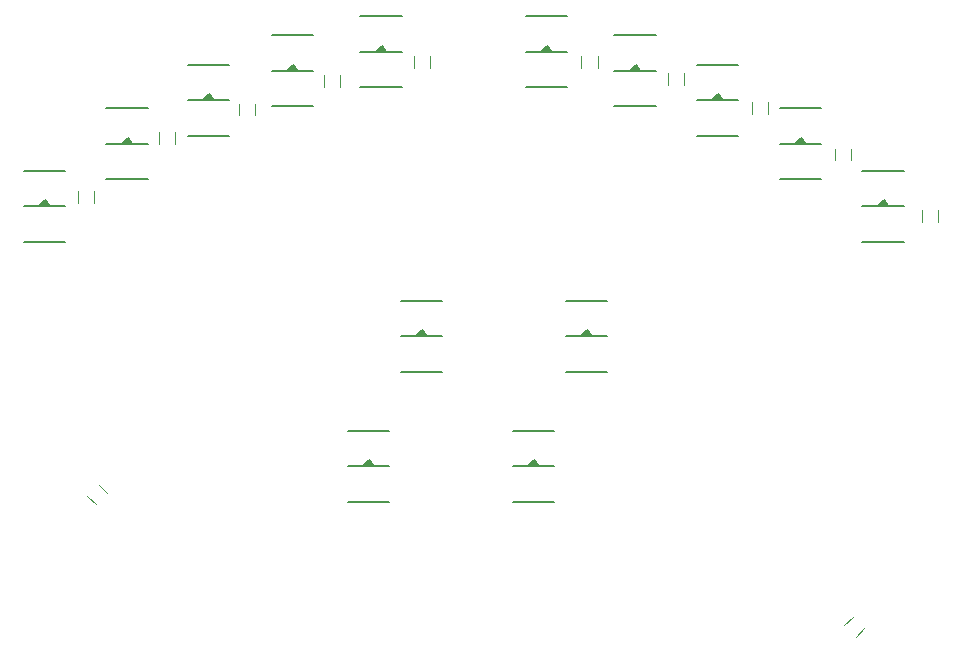
<source format=gbo>
G04 #@! TF.GenerationSoftware,KiCad,Pcbnew,(5.0.0)*
G04 #@! TF.CreationDate,2020-04-07T20:47:50+09:00*
G04 #@! TF.ProjectId,rokisi_sensor,726F6B6973695F73656E736F722E6B69,rev?*
G04 #@! TF.SameCoordinates,PX4a62f80PY29020c0*
G04 #@! TF.FileFunction,Legend,Bot*
G04 #@! TF.FilePolarity,Positive*
%FSLAX46Y46*%
G04 Gerber Fmt 4.6, Leading zero omitted, Abs format (unit mm)*
G04 Created by KiCad (PCBNEW (5.0.0)) date 04/07/20 20:47:50*
%MOMM*%
%LPD*%
G01*
G04 APERTURE LIST*
%ADD10C,0.120000*%
%ADD11C,0.150000*%
%ADD12C,1.350000*%
%ADD13C,0.100000*%
%ADD14C,1.350000*%
%ADD15R,0.900000X1.200000*%
%ADD16C,0.900000*%
%ADD17R,1.300000X1.400000*%
G04 APERTURE END LIST*
D10*
G04 #@! TO.C,R5*
X41220000Y-7500000D02*
X41220000Y-8500000D01*
X42580000Y-8500000D02*
X42580000Y-7500000D01*
G04 #@! TO.C,R6*
X14180000Y-19900000D02*
X14180000Y-18900000D01*
X12820000Y-18900000D02*
X12820000Y-19900000D01*
G04 #@! TO.C,R7*
X76920000Y-15300000D02*
X76920000Y-16300000D01*
X78280000Y-16300000D02*
X78280000Y-15300000D01*
G04 #@! TO.C,R13*
X55420000Y-7500000D02*
X55420000Y-8500000D01*
X56780000Y-8500000D02*
X56780000Y-7500000D01*
G04 #@! TO.C,R14*
X19620000Y-13900000D02*
X19620000Y-14900000D01*
X20980000Y-14900000D02*
X20980000Y-13900000D01*
G04 #@! TO.C,R15*
X85580000Y-21500000D02*
X85580000Y-20500000D01*
X84220000Y-20500000D02*
X84220000Y-21500000D01*
G04 #@! TO.C,R19*
X78372721Y-54965614D02*
X77665614Y-55672721D01*
X78627279Y-56634386D02*
X79334386Y-55927279D01*
G04 #@! TO.C,R20*
X62720000Y-8900000D02*
X62720000Y-9900000D01*
X64080000Y-9900000D02*
X64080000Y-8900000D01*
G04 #@! TO.C,R21*
X26420000Y-11500000D02*
X26420000Y-12500000D01*
X27780000Y-12500000D02*
X27780000Y-11500000D01*
G04 #@! TO.C,R26*
X15234386Y-44472721D02*
X14527279Y-43765614D01*
X13565614Y-44727279D02*
X14272721Y-45434386D01*
G04 #@! TO.C,R27*
X69820000Y-11400000D02*
X69820000Y-12400000D01*
X71180000Y-12400000D02*
X71180000Y-11400000D01*
G04 #@! TO.C,R28*
X33620000Y-9100000D02*
X33620000Y-10100000D01*
X34980000Y-10100000D02*
X34980000Y-9100000D01*
D11*
G04 #@! TO.C,U1*
X38600000Y-6700000D02*
X38400000Y-6700000D01*
X38600000Y-6800000D02*
X38400000Y-6800000D01*
X38700000Y-6900000D02*
X38200000Y-6900000D01*
X38800000Y-7000000D02*
X38100000Y-7000000D01*
X38900000Y-7100000D02*
X38500000Y-6600000D01*
X38500000Y-6600000D02*
X38000000Y-7100000D01*
X40200000Y-7100000D02*
X36700000Y-7100000D01*
X40200000Y-4100000D02*
X36700000Y-4100000D01*
X40200000Y-10100000D02*
X36700000Y-10100000D01*
G04 #@! TO.C,U2*
X10100000Y-19800000D02*
X9900000Y-19800000D01*
X10100000Y-19900000D02*
X9900000Y-19900000D01*
X10200000Y-20000000D02*
X9700000Y-20000000D01*
X10300000Y-20100000D02*
X9600000Y-20100000D01*
X10400000Y-20200000D02*
X10000000Y-19700000D01*
X10000000Y-19700000D02*
X9500000Y-20200000D01*
X11700000Y-20200000D02*
X8200000Y-20200000D01*
X11700000Y-17200000D02*
X8200000Y-17200000D01*
X11700000Y-23200000D02*
X8200000Y-23200000D01*
G04 #@! TO.C,U3*
X74100000Y-14500000D02*
X73900000Y-14500000D01*
X74100000Y-14600000D02*
X73900000Y-14600000D01*
X74200000Y-14700000D02*
X73700000Y-14700000D01*
X74300000Y-14800000D02*
X73600000Y-14800000D01*
X74400000Y-14900000D02*
X74000000Y-14400000D01*
X74000000Y-14400000D02*
X73500000Y-14900000D01*
X75700000Y-14900000D02*
X72200000Y-14900000D01*
X75700000Y-11900000D02*
X72200000Y-11900000D01*
X75700000Y-17900000D02*
X72200000Y-17900000D01*
G04 #@! TO.C,U4*
X54200000Y-10100000D02*
X50700000Y-10100000D01*
X54200000Y-4100000D02*
X50700000Y-4100000D01*
X54200000Y-7100000D02*
X50700000Y-7100000D01*
X52500000Y-6600000D02*
X52000000Y-7100000D01*
X52900000Y-7100000D02*
X52500000Y-6600000D01*
X52800000Y-7000000D02*
X52100000Y-7000000D01*
X52700000Y-6900000D02*
X52200000Y-6900000D01*
X52600000Y-6800000D02*
X52400000Y-6800000D01*
X52600000Y-6700000D02*
X52400000Y-6700000D01*
G04 #@! TO.C,U5*
X18700000Y-17900000D02*
X15200000Y-17900000D01*
X18700000Y-11900000D02*
X15200000Y-11900000D01*
X18700000Y-14900000D02*
X15200000Y-14900000D01*
X17000000Y-14400000D02*
X16500000Y-14900000D01*
X17400000Y-14900000D02*
X17000000Y-14400000D01*
X17300000Y-14800000D02*
X16600000Y-14800000D01*
X17200000Y-14700000D02*
X16700000Y-14700000D01*
X17100000Y-14600000D02*
X16900000Y-14600000D01*
X17100000Y-14500000D02*
X16900000Y-14500000D01*
G04 #@! TO.C,U6*
X82700000Y-23200000D02*
X79200000Y-23200000D01*
X82700000Y-17200000D02*
X79200000Y-17200000D01*
X82700000Y-20200000D02*
X79200000Y-20200000D01*
X81000000Y-19700000D02*
X80500000Y-20200000D01*
X81400000Y-20200000D02*
X81000000Y-19700000D01*
X81300000Y-20100000D02*
X80600000Y-20100000D01*
X81200000Y-20000000D02*
X80700000Y-20000000D01*
X81100000Y-19900000D02*
X80900000Y-19900000D01*
X81100000Y-19800000D02*
X80900000Y-19800000D01*
G04 #@! TO.C,U7*
X61700000Y-11700000D02*
X58200000Y-11700000D01*
X61700000Y-5700000D02*
X58200000Y-5700000D01*
X61700000Y-8700000D02*
X58200000Y-8700000D01*
X60000000Y-8200000D02*
X59500000Y-8700000D01*
X60400000Y-8700000D02*
X60000000Y-8200000D01*
X60300000Y-8600000D02*
X59600000Y-8600000D01*
X60200000Y-8500000D02*
X59700000Y-8500000D01*
X60100000Y-8400000D02*
X59900000Y-8400000D01*
X60100000Y-8300000D02*
X59900000Y-8300000D01*
G04 #@! TO.C,U8*
X24000000Y-10800000D02*
X23800000Y-10800000D01*
X24000000Y-10900000D02*
X23800000Y-10900000D01*
X24100000Y-11000000D02*
X23600000Y-11000000D01*
X24200000Y-11100000D02*
X23500000Y-11100000D01*
X24300000Y-11200000D02*
X23900000Y-10700000D01*
X23900000Y-10700000D02*
X23400000Y-11200000D01*
X25600000Y-11200000D02*
X22100000Y-11200000D01*
X25600000Y-8200000D02*
X22100000Y-8200000D01*
X25600000Y-14200000D02*
X22100000Y-14200000D01*
G04 #@! TO.C,U9*
X39140000Y-45200000D02*
X35640000Y-45200000D01*
X39140000Y-39200000D02*
X35640000Y-39200000D01*
X39140000Y-42200000D02*
X35640000Y-42200000D01*
X37440000Y-41700000D02*
X36940000Y-42200000D01*
X37840000Y-42200000D02*
X37440000Y-41700000D01*
X37740000Y-42100000D02*
X37040000Y-42100000D01*
X37640000Y-42000000D02*
X37140000Y-42000000D01*
X37540000Y-41900000D02*
X37340000Y-41900000D01*
X37540000Y-41800000D02*
X37340000Y-41800000D01*
G04 #@! TO.C,U10*
X51500000Y-41800000D02*
X51300000Y-41800000D01*
X51500000Y-41900000D02*
X51300000Y-41900000D01*
X51600000Y-42000000D02*
X51100000Y-42000000D01*
X51700000Y-42100000D02*
X51000000Y-42100000D01*
X51800000Y-42200000D02*
X51400000Y-41700000D01*
X51400000Y-41700000D02*
X50900000Y-42200000D01*
X53100000Y-42200000D02*
X49600000Y-42200000D01*
X53100000Y-39200000D02*
X49600000Y-39200000D01*
X53100000Y-45200000D02*
X49600000Y-45200000D01*
G04 #@! TO.C,U11*
X67100000Y-10800000D02*
X66900000Y-10800000D01*
X67100000Y-10900000D02*
X66900000Y-10900000D01*
X67200000Y-11000000D02*
X66700000Y-11000000D01*
X67300000Y-11100000D02*
X66600000Y-11100000D01*
X67400000Y-11200000D02*
X67000000Y-10700000D01*
X67000000Y-10700000D02*
X66500000Y-11200000D01*
X68700000Y-11200000D02*
X65200000Y-11200000D01*
X68700000Y-8200000D02*
X65200000Y-8200000D01*
X68700000Y-14200000D02*
X65200000Y-14200000D01*
G04 #@! TO.C,U12*
X42000000Y-30800000D02*
X41800000Y-30800000D01*
X42000000Y-30900000D02*
X41800000Y-30900000D01*
X42100000Y-31000000D02*
X41600000Y-31000000D01*
X42200000Y-31100000D02*
X41500000Y-31100000D01*
X42300000Y-31200000D02*
X41900000Y-30700000D01*
X41900000Y-30700000D02*
X41400000Y-31200000D01*
X43600000Y-31200000D02*
X40100000Y-31200000D01*
X43600000Y-28200000D02*
X40100000Y-28200000D01*
X43600000Y-34200000D02*
X40100000Y-34200000D01*
G04 #@! TO.C,U13*
X32700000Y-11700000D02*
X29200000Y-11700000D01*
X32700000Y-5700000D02*
X29200000Y-5700000D01*
X32700000Y-8700000D02*
X29200000Y-8700000D01*
X31000000Y-8200000D02*
X30500000Y-8700000D01*
X31400000Y-8700000D02*
X31000000Y-8200000D01*
X31300000Y-8600000D02*
X30600000Y-8600000D01*
X31200000Y-8500000D02*
X30700000Y-8500000D01*
X31100000Y-8400000D02*
X30900000Y-8400000D01*
X31100000Y-8300000D02*
X30900000Y-8300000D01*
G04 #@! TO.C,U14*
X57600000Y-34200000D02*
X54100000Y-34200000D01*
X57600000Y-28200000D02*
X54100000Y-28200000D01*
X57600000Y-31200000D02*
X54100000Y-31200000D01*
X55900000Y-30700000D02*
X55400000Y-31200000D01*
X56300000Y-31200000D02*
X55900000Y-30700000D01*
X56200000Y-31100000D02*
X55500000Y-31100000D01*
X56100000Y-31000000D02*
X55600000Y-31000000D01*
X56000000Y-30900000D02*
X55800000Y-30900000D01*
X56000000Y-30800000D02*
X55800000Y-30800000D01*
G04 #@! TD*
%LPC*%
D12*
G04 #@! TO.C,J2*
X83470000Y-56370000D03*
D13*
G36*
X82515406Y-56370000D02*
X83470000Y-55415406D01*
X84424594Y-56370000D01*
X83470000Y-57324594D01*
X82515406Y-56370000D01*
X82515406Y-56370000D01*
G37*
D12*
X82055786Y-57784214D03*
D14*
X82055786Y-57784214D02*
X82055786Y-57784214D01*
D12*
X80641573Y-59198427D03*
D14*
X80641573Y-59198427D02*
X80641573Y-59198427D01*
D12*
X79227359Y-60612641D03*
D14*
X79227359Y-60612641D02*
X79227359Y-60612641D01*
G04 #@! TD*
D12*
G04 #@! TO.C,J3*
X13994214Y-49544214D03*
D14*
X13994214Y-49544214D02*
X13994214Y-49544214D01*
D12*
X12580000Y-48130000D03*
D14*
X12580000Y-48130000D02*
X12580000Y-48130000D01*
D12*
X11165787Y-46715787D03*
D14*
X11165787Y-46715787D02*
X11165787Y-46715787D01*
D12*
X9751573Y-45301573D03*
D13*
G36*
X9751573Y-46256167D02*
X8796979Y-45301573D01*
X9751573Y-44346979D01*
X10706167Y-45301573D01*
X9751573Y-46256167D01*
X9751573Y-46256167D01*
G37*
G04 #@! TD*
D15*
G04 #@! TO.C,R5*
X41900000Y-9100000D03*
X41900000Y-6900000D03*
G04 #@! TD*
G04 #@! TO.C,R6*
X13500000Y-18300000D03*
X13500000Y-20500000D03*
G04 #@! TD*
G04 #@! TO.C,R7*
X77600000Y-16900000D03*
X77600000Y-14700000D03*
G04 #@! TD*
G04 #@! TO.C,R13*
X56100000Y-9100000D03*
X56100000Y-6900000D03*
G04 #@! TD*
G04 #@! TO.C,R14*
X20300000Y-15500000D03*
X20300000Y-13300000D03*
G04 #@! TD*
G04 #@! TO.C,R15*
X84900000Y-19900000D03*
X84900000Y-22100000D03*
G04 #@! TD*
D16*
G04 #@! TO.C,R19*
X77722183Y-56577817D03*
D13*
G36*
X77616117Y-57320279D02*
X76979721Y-56683883D01*
X77828249Y-55835355D01*
X78464645Y-56471751D01*
X77616117Y-57320279D01*
X77616117Y-57320279D01*
G37*
D16*
X79277817Y-55022183D03*
D13*
G36*
X79171751Y-55764645D02*
X78535355Y-55128249D01*
X79383883Y-54279721D01*
X80020279Y-54916117D01*
X79171751Y-55764645D01*
X79171751Y-55764645D01*
G37*
G04 #@! TD*
D15*
G04 #@! TO.C,R20*
X63400000Y-10500000D03*
X63400000Y-8300000D03*
G04 #@! TD*
G04 #@! TO.C,R21*
X27100000Y-13100000D03*
X27100000Y-10900000D03*
G04 #@! TD*
D16*
G04 #@! TO.C,R26*
X13622183Y-43822183D03*
D13*
G36*
X14364645Y-43928249D02*
X13728249Y-44564645D01*
X12879721Y-43716117D01*
X13516117Y-43079721D01*
X14364645Y-43928249D01*
X14364645Y-43928249D01*
G37*
D16*
X15177817Y-45377817D03*
D13*
G36*
X15920279Y-45483883D02*
X15283883Y-46120279D01*
X14435355Y-45271751D01*
X15071751Y-44635355D01*
X15920279Y-45483883D01*
X15920279Y-45483883D01*
G37*
G04 #@! TD*
D15*
G04 #@! TO.C,R27*
X70500000Y-13000000D03*
X70500000Y-10800000D03*
G04 #@! TD*
G04 #@! TO.C,R28*
X34300000Y-10700000D03*
X34300000Y-8500000D03*
G04 #@! TD*
D17*
G04 #@! TO.C,U1*
X37000000Y-9100000D03*
X37000000Y-5100000D03*
X40000000Y-5100000D03*
X40000000Y-9100000D03*
G04 #@! TD*
G04 #@! TO.C,U2*
X8500000Y-22200000D03*
X8500000Y-18200000D03*
X11500000Y-18200000D03*
X11500000Y-22200000D03*
G04 #@! TD*
G04 #@! TO.C,U3*
X72500000Y-16900000D03*
X72500000Y-12900000D03*
X75500000Y-12900000D03*
X75500000Y-16900000D03*
G04 #@! TD*
G04 #@! TO.C,U4*
X54000000Y-9100000D03*
X54000000Y-5100000D03*
X51000000Y-5100000D03*
X51000000Y-9100000D03*
G04 #@! TD*
G04 #@! TO.C,U5*
X18500000Y-16900000D03*
X18500000Y-12900000D03*
X15500000Y-12900000D03*
X15500000Y-16900000D03*
G04 #@! TD*
G04 #@! TO.C,U6*
X82500000Y-22200000D03*
X82500000Y-18200000D03*
X79500000Y-18200000D03*
X79500000Y-22200000D03*
G04 #@! TD*
G04 #@! TO.C,U7*
X61500000Y-10700000D03*
X61500000Y-6700000D03*
X58500000Y-6700000D03*
X58500000Y-10700000D03*
G04 #@! TD*
G04 #@! TO.C,U8*
X22400000Y-13200000D03*
X22400000Y-9200000D03*
X25400000Y-9200000D03*
X25400000Y-13200000D03*
G04 #@! TD*
G04 #@! TO.C,U9*
X38940000Y-44200000D03*
X38940000Y-40200000D03*
X35940000Y-40200000D03*
X35940000Y-44200000D03*
G04 #@! TD*
G04 #@! TO.C,U10*
X49900000Y-44200000D03*
X49900000Y-40200000D03*
X52900000Y-40200000D03*
X52900000Y-44200000D03*
G04 #@! TD*
G04 #@! TO.C,U11*
X65500000Y-13200000D03*
X65500000Y-9200000D03*
X68500000Y-9200000D03*
X68500000Y-13200000D03*
G04 #@! TD*
G04 #@! TO.C,U12*
X40400000Y-33200000D03*
X40400000Y-29200000D03*
X43400000Y-29200000D03*
X43400000Y-33200000D03*
G04 #@! TD*
G04 #@! TO.C,U13*
X32500000Y-10700000D03*
X32500000Y-6700000D03*
X29500000Y-6700000D03*
X29500000Y-10700000D03*
G04 #@! TD*
G04 #@! TO.C,U14*
X57400000Y-33200000D03*
X57400000Y-29200000D03*
X54400000Y-29200000D03*
X54400000Y-33200000D03*
G04 #@! TD*
M02*

</source>
